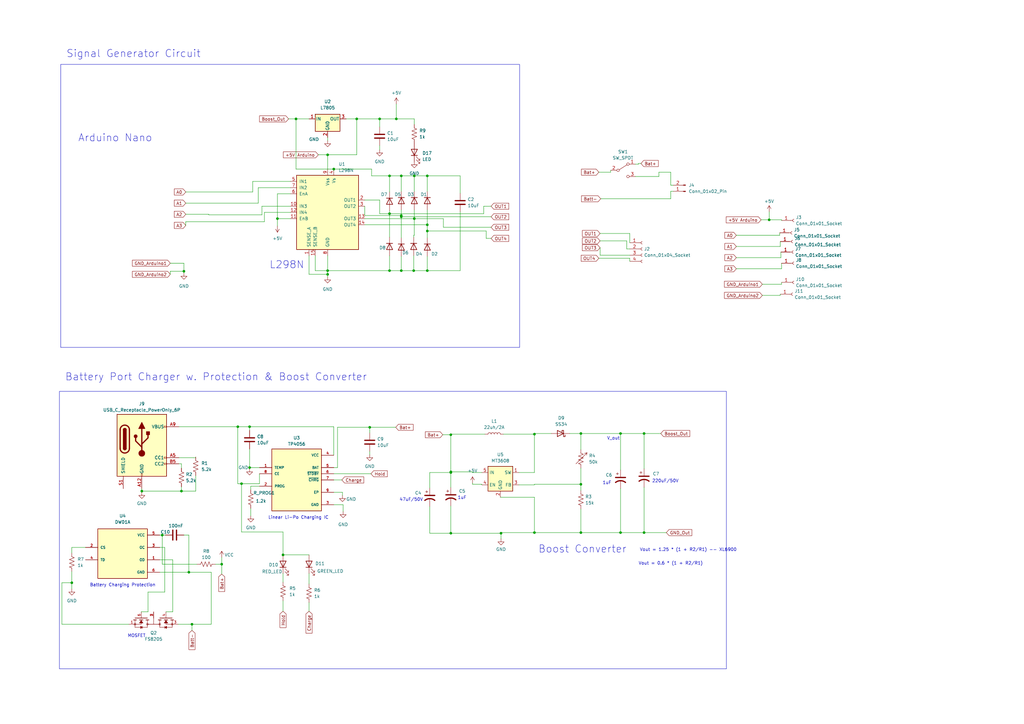
<source format=kicad_sch>
(kicad_sch (version 20230121) (generator eeschema)
  (paper "A3")
  (lib_symbols
    (symbol "Connector:Conn_01x01_Socket" (pin_names (offset 1.016) hide)
      (property "Reference" "J" (at 0 2.54 0))
      (property "Value" "Conn_01x01_Socket" (at 0 -2.54 0))
      (symbol "Conn_01x01_Socket_1_1"
        (pin passive line (at -5.08 0 0) (length 3.81) (name "Pin_1") (number "1"))
      )
    )
    (symbol "Connector:Conn_01x02_Pin" (pin_names (offset 1.016) hide)
      (property "Reference" "J" (at 0 2.54 0))
      (property "Value" "Conn_01x02_Pin" (at 0 -5.08 0))
      (symbol "Conn_01x02_Pin_1_1"
        (pin passive line (at 5.08 0 180) (length 3.81) (name "Pin_1") (number "1"))
        (pin passive line (at 5.08 -2.54 180) (length 3.81) (name "Pin_2") (number "2"))
      )
    )
    (symbol "Connector:Conn_01x04_Socket" (pin_names (offset 1.016) hide)
      (property "Reference" "J" (at 0 5.08 0))
      (property "Value" "Conn_01x04_Socket" (at 0 -7.62 0))
      (symbol "Conn_01x04_Socket_1_1"
        (pin passive line (at -5.08 2.54 0) (length 3.81) (name "Pin_1") (number "1"))
        (pin passive line (at -5.08 0 0) (length 3.81) (name "Pin_2") (number "2"))
        (pin passive line (at -5.08 -2.54 0) (length 3.81) (name "Pin_3") (number "3"))
        (pin passive line (at -5.08 -5.08 0) (length 3.81) (name "Pin_4") (number "4"))
      )
    )
    (symbol "Connector:USB_C_Receptacle_PowerOnly_6P" (pin_names (offset 1.016))
      (property "Reference" "J" (at 0 16.51 0))
      (property "Value" "USB_C_Receptacle_PowerOnly_6P" (at 0 13.97 0))
      (symbol "USB_C_Receptacle_PowerOnly_6P_1_1"
        (pin passive line (at 0 -17.78 90) (length 5.08) (name "GND") (number "A12"))
        (pin bidirectional line (at 15.24 -5.08 180) (length 5.08) (name "CC1") (number "A5"))
        (pin passive line (at 15.24 7.62 180) (length 5.08) (name "VBUS") (number "A9"))
        (pin passive line (at 0 -17.78 90) (length 5.08) hide (name "GND") (number "B12"))
        (pin bidirectional line (at 15.24 -7.62 180) (length 5.08) (name "CC2") (number "B5"))
        (pin passive line (at 15.24 7.62 180) (length 5.08) hide (name "VBUS") (number "B9"))
        (pin passive line (at -7.62 -17.78 90) (length 5.08) (name "SHIELD") (number "S1"))
      )
    )
    (symbol "DW01A:DW01A" (pin_names (offset 1.016))
      (property "Reference" "U" (at -10.16 11.43 0))
      (property "Value" "DW01A" (at -10.16 -12.7 0))
      (symbol "DW01A_0_0"
        (pin output line (at 15.24 -2.54 180) (length 5.08) (name "OD") (number "1"))
        (pin input line (at -15.24 2.54 0) (length 5.08) (name "CS") (number "2"))
        (pin output line (at 15.24 2.54 180) (length 5.08) (name "OC") (number "3"))
        (pin passive line (at -15.24 -2.54 0) (length 5.08) (name "TD") (number "4"))
        (pin power_in line (at 15.24 7.62 180) (length 5.08) (name "VCC") (number "5"))
        (pin power_in line (at 15.24 -7.62 180) (length 5.08) (name "GND") (number "6"))
      )
    )
    (symbol "Device:C" (pin_numbers hide) (pin_names (offset 0.254))
      (property "Reference" "C" (at 0.635 2.54 0))
      (property "Value" "C" (at 0.635 -2.54 0))
      (symbol "C_1_1"
        (pin passive line (at 0 3.81 270) (length 2.794) (name "~") (number "1"))
        (pin passive line (at 0 -3.81 90) (length 2.794) (name "~") (number "2"))
      )
    )
    (symbol "Device:C_Polarized_US" (pin_numbers hide) (pin_names (offset 0.254) hide)
      (property "Reference" "C" (at 0.635 2.54 0))
      (property "Value" "C_Polarized_US" (at 0.635 -2.54 0))
      (symbol "C_Polarized_US_1_1"
        (pin passive line (at 0 3.81 270) (length 2.794) (name "~") (number "1"))
        (pin passive line (at 0 -3.81 90) (length 3.302) (name "~") (number "2"))
      )
    )
    (symbol "Device:D_Schottky" (pin_numbers hide) (pin_names (offset 1.016) hide)
      (property "Reference" "D9" (at -0.3175 -6.096 0))
      (property "Value" "1N5824" (at -0.3175 -3.556 0))
      (symbol "D_Schottky_1_1"
        (pin passive line (at -3.81 0 0) (length 2.54) (name "A") (number "1"))
        (pin passive line (at 3.81 0 180) (length 2.54) (name "B") (number "2"))
      )
    )
    (symbol "Device:L" (pin_numbers hide) (pin_names (offset 1.016) hide)
      (property "Reference" "L" (at -1.27 0 90))
      (property "Value" "L" (at 1.905 0 90))
      (symbol "L_1_1"
        (pin passive line (at 0 3.81 270) (length 1.27) (name "1") (number "1"))
        (pin passive line (at 0 -3.81 90) (length 1.27) (name "2") (number "2"))
      )
    )
    (symbol "Device:LED" (pin_numbers hide) (pin_names (offset 1.016) hide)
      (property "Reference" "D" (at 0 2.54 0))
      (property "Value" "LED" (at 0 -2.54 0))
      (symbol "LED_1_1"
        (pin passive line (at -3.81 0 0) (length 2.54) (name "K") (number "1"))
        (pin passive line (at 3.81 0 180) (length 2.54) (name "A") (number "2"))
      )
    )
    (symbol "Device:R_US" (pin_numbers hide) (pin_names (offset 0))
      (property "Reference" "R" (at 2.54 0 90))
      (property "Value" "R_US" (at -2.54 0 90))
      (symbol "R_US_1_1"
        (pin passive line (at 0 3.81 270) (length 1.27) (name "~") (number "1"))
        (pin passive line (at 0 -3.81 90) (length 1.27) (name "~") (number "2"))
      )
    )
    (symbol "Device:R_Variable_US" (pin_numbers hide) (pin_names (offset 0))
      (property "Reference" "R" (at 2.54 -2.54 90))
      (property "Value" "R_Variable_US" (at -2.54 -1.27 90))
      (symbol "R_Variable_US_1_1"
        (pin passive line (at 0 3.81 270) (length 1.27) (name "~") (number "1"))
        (pin passive line (at 0 -3.81 90) (length 1.27) (name "~") (number "2"))
      )
    )
    (symbol "Diode:1N5400" (pin_numbers hide) (pin_names hide)
      (property "Reference" "D" (at 0 2.54 0))
      (property "Value" "1N5400" (at 0 -2.54 0))
      (symbol "1N5400_1_1"
        (pin passive line (at -3.81 0 0) (length 2.54) (name "K") (number "1"))
        (pin passive line (at 3.81 0 180) (length 2.54) (name "A") (number "2"))
      )
    )
    (symbol "Driver_Motor:L298N" (pin_names (offset 1.016))
      (property "Reference" "U" (at -10.16 16.51 0))
      (property "Value" "L298N" (at 12.7 16.51 0))
      (symbol "L298N_1_1"
        (pin power_in line (at -7.62 -17.78 90) (length 2.54) (name "SENSE_A") (number "1"))
        (pin input line (at -15.24 2.54 0) (length 2.54) (name "IN3") (number "10"))
        (pin input line (at -15.24 -2.54 0) (length 2.54) (name "EnB") (number "11"))
        (pin input line (at -15.24 0 0) (length 2.54) (name "IN4") (number "12"))
        (pin output line (at 15.24 -2.54 180) (length 2.54) (name "OUT3") (number "13"))
        (pin output line (at 15.24 -5.08 180) (length 2.54) (name "OUT4") (number "14"))
        (pin power_in line (at -5.08 -17.78 90) (length 2.54) (name "SENSE_B") (number "15"))
        (pin output line (at 15.24 5.08 180) (length 2.54) (name "OUT1") (number "2"))
        (pin output line (at 15.24 2.54 180) (length 2.54) (name "OUT2") (number "3"))
        (pin power_in line (at 2.54 17.78 270) (length 2.54) (name "Vs") (number "4"))
        (pin input line (at -15.24 12.7 0) (length 2.54) (name "IN1") (number "5"))
        (pin input line (at -15.24 7.62 0) (length 2.54) (name "EnA") (number "6"))
        (pin input line (at -15.24 10.16 0) (length 2.54) (name "IN2") (number "7"))
        (pin power_in line (at 0 -17.78 90) (length 2.54) (name "GND") (number "8"))
        (pin power_in line (at 0 17.78 270) (length 2.54) (name "Vss") (number "9"))
      )
    )
    (symbol "FS8205:FS8205" (pin_names (offset 1.016))
      (property "Reference" "Q" (at 2.54 2.286 0))
      (property "Value" "FS8205" (at 2.54 -2.032 0))
      (symbol "FS8205_0_0"
        (pin passive line (at 0 -10.16 90) (length 2.54) (name "~") (number "1"))
        (pin passive line (at -5.08 0 0) (length 2.54) (name "~") (number "2"))
        (pin passive line (at 0 10.16 270) (length 2.54) (name "~") (number "3"))
        (pin passive line (at -5.08 5.08 0) (length 2.54) (name "~") (number "4"))
        (pin passive line (at -5.08 0 0) (length 2.54) (name "~") (number "5"))
        (pin passive line (at -5.08 -5.08 0) (length 2.54) (name "~") (number "6"))
      )
    )
    (symbol "Regulator_Linear:L7805" (pin_names (offset 0.254))
      (property "Reference" "U" (at -3.81 3.175 0))
      (property "Value" "L7805" (at 0 3.175 0))
      (symbol "L7805_1_1"
        (pin power_in line (at -7.62 0 0) (length 2.54) (name "IN") (number "1"))
        (pin power_in line (at 0 -7.62 90) (length 2.54) (name "GND") (number "2"))
        (pin power_out line (at 7.62 0 180) (length 2.54) (name "OUT") (number "3"))
      )
    )
    (symbol "Regulator_Switching:MT3608"
      (property "Reference" "U" (at -2.54 8.89 0))
      (property "Value" "MT3608" (at -3.81 6.35 0))
      (symbol "MT3608_1_1"
        (pin passive line (at 7.62 2.54 180) (length 2.54) (name "SW") (number "1"))
        (pin power_in line (at 0 -7.62 90) (length 2.54) (name "GND") (number "2"))
        (pin input line (at 7.62 -2.54 180) (length 2.54) (name "FB") (number "3"))
        (pin input line (at -7.62 -2.54 0) (length 2.54) (name "EN") (number "4"))
        (pin power_in line (at -7.62 2.54 0) (length 2.54) (name "IN") (number "5"))
        (pin no_connect line (at 5.08 0 180) (length 2.54) hide (name "NC") (number "6"))
      )
    )
    (symbol "Switch:SW_SPDT" (pin_names (offset 0) hide)
      (property "Reference" "SW" (at 0 4.318 0))
      (property "Value" "SW_SPDT" (at 0 -5.08 0))
      (symbol "SW_SPDT_1_1"
        (pin passive line (at 5.08 2.54 180) (length 2.54) (name "A") (number "1"))
        (pin passive line (at -5.08 0 0) (length 2.54) (name "B") (number "2"))
        (pin passive line (at 5.08 -2.54 180) (length 2.54) (name "C") (number "3"))
      )
    )
    (symbol "TP4056:TP4056" (pin_names (offset 1.016))
      (property "Reference" "U" (at -10.16 13.208 0))
      (property "Value" "TP4056" (at -10.16 -15.24 0))
      (symbol "TP4056_0_0"
        (pin input line (at -15.24 5.08 0) (length 5.08) (name "TEMP") (number "1"))
        (pin bidirectional line (at -15.24 -2.54 0) (length 5.08) (name "PROG") (number "2"))
        (pin power_in line (at 15.24 -10.16 180) (length 5.08) (name "GND") (number "3"))
        (pin power_in line (at 15.24 10.16 180) (length 5.08) (name "VCC") (number "4"))
        (pin output line (at 15.24 5.08 180) (length 5.08) (name "BAT") (number "5"))
        (pin output line (at 15.24 2.54 180) (length 5.08) (name "~{STDBY}") (number "6"))
        (pin output line (at 15.24 0 180) (length 5.08) (name "~{CHRG}") (number "7"))
        (pin input line (at -15.24 2.54 0) (length 5.08) (name "CE") (number "8"))
        (pin passive line (at 15.24 -5.08 180) (length 5.08) (name "EP") (number "9"))
      )
    )
    (symbol "power:+5V" (power) (pin_names (offset 0))
      (property "Value" "+5V" (at 0 3.556 0))
      (symbol "+5V_1_1"
        (pin power_in line (at 0 0 90) (length 0) hide (name "+5V") (number "1"))
      )
    )
    (symbol "power:GND" (power) (pin_names (offset 0))
      (property "Value" "GND" (at 0 -3.81 0))
      (symbol "GND_1_1"
        (pin power_in line (at 0 0 270) (length 0) hide (name "GND") (number "1"))
      )
    )
    (symbol "power:VCC" (power) (pin_names (offset 0))
      (property "Value" "VCC" (at 0 3.81 0))
      (symbol "VCC_1_1"
        (pin power_in line (at 0 0 90) (length 0) hide (name "VCC") (number "1"))
      )
    )
  )
  (junction (at 159.766 110.998))
  (junction (at 99.06 198.374))
  (junction (at 175.26 110.998))
  (junction (at 58.166 201.422))
  (junction (at 238.252 198.628))
  (junction (at 164.592 110.998))
  (junction (at 169.926 72.136))
  (junction (at 116.078 227.584))
  (junction (at 102.362 191.77))
  (junction (at 184.912 178.308))
  (junction (at 159.766 72.136))
  (junction (at 219.202 218.44))
  (junction (at 75.438 111.252))
  (junction (at 175.26 94.742))
  (junction (at 136.906 69.342))
  (junction (at 159.766 87.63))
  (junction (at 184.912 218.694))
  (junction (at 134.366 63.5))
  (junction (at 205.486 218.694))
  (junction (at 66.548 219.456))
  (junction (at 238.252 218.44))
  (junction (at 264.16 218.44))
  (junction (at 77.47 234.696))
  (junction (at 164.592 88.9))
  (junction (at 315.468 90.17))
  (junction (at 164.592 72.136))
  (junction (at 175.26 92.202))
  (junction (at 254.508 218.44))
  (junction (at 254.508 177.8))
  (junction (at 29.464 239.014))
  (junction (at 121.412 48.768))
  (junction (at 169.672 110.998))
  (junction (at 102.362 175.006))
  (junction (at 264.16 177.8))
  (junction (at 90.932 231.394))
  (junction (at 184.912 193.802))
  (junction (at 146.304 48.768))
  (junction (at 151.638 175.26))
  (junction (at 78.74 256.032))
  (junction (at 155.702 48.768))
  (junction (at 97.536 175.006))
  (junction (at 134.366 112.522))
  (junction (at 169.926 89.662))
  (junction (at 113.792 89.662))
  (junction (at 74.422 201.422))
  (junction (at 175.26 72.136))
  (junction (at 134.366 110.998))
  (junction (at 219.202 178.054))
  (junction (at 164.592 88.392))
  (junction (at 162.56 48.768))
  (junction (at 238.252 177.8))
  (junction (at 184.912 193.548))
  (wire (pts (xy 302.006 96.52) (xy 319.786 96.52)))
  (wire (pts (xy 152.4 69.342) (xy 136.906 69.342)))
  (wire (pts (xy 29.464 239.014) (xy 29.464 241.554)))
  (wire (pts (xy 164.592 88.9) (xy 164.592 97.536)))
  (wire (pts (xy 197.612 198.628) (xy 197.612 198.882)))
  (wire (pts (xy 219.202 178.054) (xy 219.202 193.802)))
  (wire (pts (xy 134.366 110.998) (xy 134.366 112.522)))
  (wire (pts (xy 175.26 72.136) (xy 175.26 78.486)))
  (wire (pts (xy 264.16 177.8) (xy 271.018 177.8)))
  (wire (pts (xy 312.674 116.586) (xy 320.548 116.586)))
  (wire (pts (xy 76.2 78.74) (xy 103.632 78.74)))
  (wire (pts (xy 184.912 178.054) (xy 198.882 178.054)))
  (wire (pts (xy 152.4 72.136) (xy 159.766 72.136)))
  (wire (pts (xy 74.422 201.422) (xy 58.166 201.422)))
  (wire (pts (xy 246.126 101.6) (xy 246.126 104.648)))
  (wire (pts (xy 184.912 178.054) (xy 184.912 178.308)))
  (wire (pts (xy 75.438 107.95) (xy 75.438 111.252)))
  (wire (pts (xy 238.252 198.628) (xy 219.202 198.628)))
  (wire (pts (xy 302.006 105.664) (xy 320.294 105.664)))
  (wire (pts (xy 315.468 86.868) (xy 315.468 90.17)))
  (wire (pts (xy 254.508 192.786) (xy 254.508 177.8)))
  (wire (pts (xy 175.26 94.742) (xy 175.26 97.536)))
  (wire (pts (xy 219.202 203.962) (xy 219.202 218.44)))
  (wire (pts (xy 159.766 87.63) (xy 198.374 87.63)))
  (wire (pts (xy 126.746 235.204) (xy 126.746 239.522)))
  (wire (pts (xy 159.766 104.902) (xy 159.766 110.998)))
  (wire (pts (xy 73.406 175.006) (xy 97.536 175.006)))
  (wire (pts (xy 138.43 175.26) (xy 138.43 191.77)))
  (wire (pts (xy 126.746 247.142) (xy 126.746 250.698)))
  (wire (pts (xy 193.802 198.628) (xy 197.612 198.628)))
  (wire (pts (xy 205.232 203.962) (xy 219.202 203.962)))
  (wire (pts (xy 257.048 102.108) (xy 258.318 102.108)))
  (wire (pts (xy 315.468 90.17) (xy 320.548 90.17)))
  (wire (pts (xy 73.406 190.246) (xy 74.422 190.246)))
  (wire (pts (xy 201.422 88.9) (xy 164.592 88.9)))
  (wire (pts (xy 164.592 72.136) (xy 169.926 72.136)))
  (wire (pts (xy 159.766 86.36) (xy 159.766 87.63)))
  (wire (pts (xy 164.592 88.392) (xy 164.592 88.9)))
  (wire (pts (xy 85.598 87.884) (xy 85.598 88.138)))
  (wire (pts (xy 116.078 218.186) (xy 116.078 227.584)))
  (wire (pts (xy 159.766 87.63) (xy 159.766 97.282)))
  (wire (pts (xy 184.912 193.802) (xy 184.912 199.898)))
  (wire (pts (xy 134.366 112.522) (xy 134.366 113.538)))
  (wire (pts (xy 175.26 72.136) (xy 188.722 72.136)))
  (wire (pts (xy 246.126 95.758) (xy 258.318 95.758)))
  (wire (pts (xy 149.606 89.662) (xy 169.926 89.662)))
  (wire (pts (xy 312.166 90.17) (xy 315.468 90.17)))
  (wire (pts (xy 149.606 84.582) (xy 149.606 88.392)))
  (wire (pts (xy 254.508 177.8) (xy 264.16 177.8)))
  (wire (pts (xy 184.912 193.802) (xy 184.912 193.548)))
  (wire (pts (xy 246.126 98.806) (xy 257.048 98.806)))
  (wire (pts (xy 270.256 70.612) (xy 275.082 70.612)))
  (wire (pts (xy 198.374 84.582) (xy 201.422 84.582)))
  (wire (pts (xy 107.442 84.582) (xy 107.442 88.138)))
  (wire (pts (xy 102.87 200.914) (xy 102.87 199.39)))
  (wire (pts (xy 257.048 98.806) (xy 257.048 102.108)))
  (wire (pts (xy 73.152 256.032) (xy 78.74 256.032)))
  (wire (pts (xy 260.604 72.39) (xy 270.256 72.39)))
  (wire (pts (xy 169.926 96.52) (xy 169.672 96.52)))
  (wire (pts (xy 80.264 195.072) (xy 80.264 201.422)))
  (wire (pts (xy 264.16 199.898) (xy 264.16 218.44)))
  (wire (pts (xy 176.276 207.772) (xy 176.276 218.694)))
  (wire (pts (xy 140.208 196.85) (xy 136.906 196.85)))
  (wire (pts (xy 116.078 235.204) (xy 116.078 238.76)))
  (wire (pts (xy 80.772 231.394) (xy 66.548 231.394)))
  (wire (pts (xy 134.366 104.902) (xy 134.366 110.998)))
  (wire (pts (xy 119.126 87.122) (xy 108.458 87.122)))
  (wire (pts (xy 245.618 105.918) (xy 258.318 105.918)))
  (wire (pts (xy 69.85 111.252) (xy 75.438 111.252)))
  (wire (pts (xy 151.638 185.166) (xy 151.638 186.436)))
  (wire (pts (xy 25.4 256.032) (xy 25.4 239.014)))
  (wire (pts (xy 155.702 48.768) (xy 162.56 48.768)))
  (wire (pts (xy 69.85 112.522) (xy 69.85 111.252)))
  (wire (pts (xy 57.912 250.952) (xy 60.706 250.952)))
  (wire (pts (xy 169.672 104.902) (xy 169.672 110.998)))
  (wire (pts (xy 169.926 89.662) (xy 169.926 96.52)))
  (wire (pts (xy 164.592 110.998) (xy 169.672 110.998)))
  (wire (pts (xy 74.422 199.644) (xy 74.422 201.422)))
  (wire (pts (xy 102.362 175.006) (xy 102.362 176.53)))
  (wire (pts (xy 69.85 107.95) (xy 75.438 107.95)))
  (wire (pts (xy 75.438 111.252) (xy 75.438 112.014)))
  (wire (pts (xy 136.906 175.006) (xy 136.906 186.69)))
  (wire (pts (xy 205.486 218.694) (xy 205.486 218.44)))
  (wire (pts (xy 105.918 83.312) (xy 105.918 76.962)))
  (wire (pts (xy 261.874 67.31) (xy 261.874 67.056)))
  (wire (pts (xy 80.264 187.706) (xy 80.264 187.452)))
  (wire (pts (xy 270.256 72.39) (xy 270.256 70.612)))
  (wire (pts (xy 116.078 246.38) (xy 116.078 250.698)))
  (wire (pts (xy 254.508 200.406) (xy 254.508 218.44)))
  (wire (pts (xy 201.422 93.218) (xy 181.864 93.218)))
  (wire (pts (xy 260.604 67.31) (xy 261.874 67.31)))
  (wire (pts (xy 77.47 219.456) (xy 77.47 234.696)))
  (wire (pts (xy 113.792 92.71) (xy 113.792 89.662)))
  (wire (pts (xy 258.318 95.758) (xy 258.318 99.568)))
  (wire (pts (xy 103.632 74.422) (xy 119.126 74.422)))
  (wire (pts (xy 60.706 242.824) (xy 60.706 250.952)))
  (wire (pts (xy 159.766 110.998) (xy 164.592 110.998)))
  (wire (pts (xy 121.412 69.342) (xy 136.906 69.342)))
  (wire (pts (xy 29.464 224.536) (xy 29.464 226.822)))
  (wire (pts (xy 99.06 198.374) (xy 99.06 218.186)))
  (wire (pts (xy 146.304 48.768) (xy 146.304 63.5)))
  (wire (pts (xy 76.2 87.884) (xy 85.598 87.884)))
  (wire (pts (xy 233.68 177.8) (xy 238.252 177.8)))
  (wire (pts (xy 219.202 177.8) (xy 219.202 178.054)))
  (wire (pts (xy 76.2 83.312) (xy 105.918 83.312)))
  (wire (pts (xy 184.912 207.518) (xy 184.912 218.694)))
  (wire (pts (xy 205.486 220.98) (xy 205.486 218.694)))
  (wire (pts (xy 238.252 218.44) (xy 254.508 218.44)))
  (wire (pts (xy 97.536 198.374) (xy 97.536 175.006)))
  (wire (pts (xy 258.318 105.918) (xy 258.318 107.188)))
  (wire (pts (xy 102.362 191.77) (xy 102.362 192.278)))
  (wire (pts (xy 108.458 87.122) (xy 108.458 90.932)))
  (wire (pts (xy 102.87 208.534) (xy 102.87 211.582)))
  (wire (pts (xy 175.26 105.156) (xy 175.26 110.998)))
  (wire (pts (xy 25.4 256.032) (xy 52.832 256.032)))
  (wire (pts (xy 113.792 89.662) (xy 119.126 89.662)))
  (wire (pts (xy 193.802 193.802) (xy 193.802 193.548)))
  (wire (pts (xy 198.374 87.63) (xy 198.374 84.582)))
  (wire (pts (xy 181.864 89.662) (xy 169.926 89.662)))
  (wire (pts (xy 66.548 231.394) (xy 66.548 219.456)))
  (wire (pts (xy 105.918 76.962) (xy 119.126 76.962)))
  (wire (pts (xy 184.912 193.548) (xy 193.802 193.548)))
  (wire (pts (xy 238.252 192.024) (xy 238.252 198.628)))
  (wire (pts (xy 176.276 218.694) (xy 184.912 218.694)))
  (wire (pts (xy 188.722 110.998) (xy 188.722 86.868)))
  (wire (pts (xy 129.286 104.902) (xy 129.286 110.998)))
  (wire (pts (xy 136.906 207.01) (xy 140.716 207.01)))
  (wire (pts (xy 146.304 48.768) (xy 155.702 48.768)))
  (wire (pts (xy 149.606 82.042) (xy 155.702 82.042)))
  (wire (pts (xy 77.47 234.696) (xy 86.614 234.696)))
  (wire (pts (xy 138.43 175.26) (xy 151.638 175.26)))
  (wire (pts (xy 238.252 177.8) (xy 254.508 177.8)))
  (wire (pts (xy 254.508 218.44) (xy 264.16 218.44)))
  (wire (pts (xy 175.26 86.106) (xy 175.26 92.202)))
  (wire (pts (xy 164.592 72.136) (xy 164.592 78.486)))
  (wire (pts (xy 73.406 187.706) (xy 80.264 187.706)))
  (wire (pts (xy 320.04 121.158) (xy 320.04 120.65)))
  (wire (pts (xy 155.702 48.768) (xy 155.702 52.07)))
  (wire (pts (xy 159.766 72.136) (xy 159.766 78.74)))
  (wire (pts (xy 275.082 78.486) (xy 276.098 78.486)))
  (wire (pts (xy 199.39 97.79) (xy 199.39 94.742)))
  (wire (pts (xy 78.74 256.032) (xy 86.614 256.032)))
  (wire (pts (xy 67.564 224.536) (xy 67.564 242.824)))
  (wire (pts (xy 90.932 231.394) (xy 90.932 235.458)))
  (wire (pts (xy 206.502 178.054) (xy 219.202 178.054)))
  (wire (pts (xy 136.906 194.31) (xy 152.146 194.31)))
  (wire (pts (xy 188.722 72.136) (xy 188.722 79.248)))
  (wire (pts (xy 246.38 81.534) (xy 275.082 81.534)))
  (wire (pts (xy 130.556 63.5) (xy 134.366 63.5)))
  (wire (pts (xy 250.444 70.612) (xy 250.444 69.85)))
  (wire (pts (xy 175.26 92.202) (xy 175.26 94.742)))
  (wire (pts (xy 302.006 110.236) (xy 320.548 110.236)))
  (wire (pts (xy 58.166 201.422) (xy 58.166 201.93)))
  (wire (pts (xy 205.486 218.694) (xy 184.912 218.694)))
  (wire (pts (xy 151.638 175.26) (xy 151.638 177.546)))
  (wire (pts (xy 320.04 101.092) (xy 302.006 101.092)))
  (wire (pts (xy 169.926 48.768) (xy 169.926 51.054)))
  (wire (pts (xy 97.536 175.006) (xy 102.362 175.006)))
  (wire (pts (xy 164.592 105.156) (xy 164.592 110.998)))
  (wire (pts (xy 319.786 96.52) (xy 319.786 95.504)))
  (wire (pts (xy 106.426 198.374) (xy 106.426 194.31)))
  (wire (pts (xy 197.612 193.802) (xy 193.802 193.802)))
  (wire (pts (xy 141.986 48.768) (xy 146.304 48.768)))
  (wire (pts (xy 113.792 79.502) (xy 113.792 89.662)))
  (wire (pts (xy 245.618 70.612) (xy 250.444 70.612)))
  (wire (pts (xy 176.276 193.802) (xy 184.912 193.802)))
  (wire (pts (xy 102.87 199.39) (xy 106.426 199.39)))
  (wire (pts (xy 140.462 201.93) (xy 140.462 203.2)))
  (wire (pts (xy 169.672 110.998) (xy 175.26 110.998)))
  (wire (pts (xy 149.606 92.202) (xy 175.26 92.202)))
  (wire (pts (xy 169.926 72.136) (xy 175.26 72.136)))
  (wire (pts (xy 29.464 224.536) (xy 35.052 224.536)))
  (wire (pts (xy 320.294 105.664) (xy 320.294 103.378)))
  (wire (pts (xy 67.564 242.824) (xy 60.706 242.824)))
  (wire (pts (xy 169.926 72.136) (xy 169.926 78.486)))
  (wire (pts (xy 106.426 191.77) (xy 102.362 191.77)))
  (wire (pts (xy 116.078 227.584) (xy 126.746 227.584)))
  (wire (pts (xy 119.126 79.502) (xy 113.792 79.502)))
  (wire (pts (xy 134.366 63.5) (xy 134.366 69.342)))
  (wire (pts (xy 121.412 48.768) (xy 121.412 69.342)))
  (wire (pts (xy 264.16 218.44) (xy 273.304 218.44)))
  (wire (pts (xy 320.04 99.06) (xy 320.04 101.092)))
  (wire (pts (xy 119.126 84.582) (xy 107.442 84.582)))
  (wire (pts (xy 76.2 90.932) (xy 76.2 92.456)))
  (wire (pts (xy 74.422 190.246) (xy 74.422 192.024)))
  (wire (pts (xy 88.392 231.394) (xy 90.932 231.394)))
  (wire (pts (xy 238.252 177.8) (xy 238.252 184.404)))
  (wire (pts (xy 103.632 78.74) (xy 103.632 74.422)))
  (wire (pts (xy 118.364 48.768) (xy 121.412 48.768)))
  (wire (pts (xy 29.464 234.442) (xy 29.464 239.014)))
  (wire (pts (xy 155.702 59.69) (xy 155.702 61.468)))
  (wire (pts (xy 78.74 258.572) (xy 78.74 256.032)))
  (wire (pts (xy 65.532 219.456) (xy 66.548 219.456)))
  (wire (pts (xy 238.252 208.788) (xy 238.252 218.44)))
  (wire (pts (xy 246.126 104.648) (xy 258.318 104.648)))
  (wire (pts (xy 212.852 193.802) (xy 219.202 193.802)))
  (wire (pts (xy 68.072 250.952) (xy 70.866 250.952)))
  (wire (pts (xy 164.592 86.106) (xy 164.592 88.392)))
  (wire (pts (xy 76.2 90.932) (xy 108.458 90.932)))
  (wire (pts (xy 129.286 110.998) (xy 134.366 110.998)))
  (wire (pts (xy 238.252 198.628) (xy 238.252 201.168)))
  (wire (pts (xy 155.702 82.042) (xy 155.702 87.63)))
  (wire (pts (xy 275.082 75.946) (xy 276.098 75.946)))
  (wire (pts (xy 219.202 177.8) (xy 226.06 177.8)))
  (wire (pts (xy 155.702 87.63) (xy 159.766 87.63)))
  (wire (pts (xy 275.082 81.534) (xy 275.082 78.486)))
  (wire (pts (xy 138.43 191.77) (xy 136.906 191.77)))
  (wire (pts (xy 162.56 42.672) (xy 162.56 48.768)))
  (wire (pts (xy 181.61 178.308) (xy 184.912 178.308)))
  (wire (pts (xy 151.638 175.26) (xy 162.306 175.26)))
  (wire (pts (xy 169.672 96.52) (xy 169.672 97.282)))
  (wire (pts (xy 219.202 218.44) (xy 205.486 218.44)))
  (wire (pts (xy 102.362 184.15) (xy 102.362 191.77)))
  (wire (pts (xy 193.802 198.12) (xy 193.802 198.628)))
  (wire (pts (xy 159.766 72.136) (xy 164.592 72.136)))
  (wire (pts (xy 152.4 72.136) (xy 152.4 69.342)))
  (wire (pts (xy 126.746 112.522) (xy 134.366 112.522)))
  (wire (pts (xy 25.4 239.014) (xy 29.464 239.014)))
  (wire (pts (xy 134.366 63.5) (xy 146.304 63.5)))
  (wire (pts (xy 58.166 200.406) (xy 58.166 201.422)))
  (wire (pts (xy 320.548 110.236) (xy 320.548 107.95)))
  (wire (pts (xy 140.716 207.01) (xy 140.716 209.804)))
  (wire (pts (xy 80.264 201.422) (xy 74.422 201.422)))
  (wire (pts (xy 169.926 86.106) (xy 169.926 89.662)))
  (wire (pts (xy 102.362 175.006) (xy 136.906 175.006)))
  (wire (pts (xy 212.852 198.882) (xy 219.202 198.882)))
  (wire (pts (xy 181.864 93.218) (xy 181.864 89.662)))
  (wire (pts (xy 320.548 90.17) (xy 320.548 90.424)))
  (wire (pts (xy 70.866 229.616) (xy 70.866 250.952)))
  (wire (pts (xy 99.06 218.186) (xy 116.078 218.186)))
  (wire (pts (xy 134.366 110.998) (xy 159.766 110.998)))
  (wire (pts (xy 107.442 88.138) (xy 85.598 88.138)))
  (wire (pts (xy 106.426 198.374) (xy 99.06 198.374)))
  (wire (pts (xy 176.276 200.152) (xy 176.276 193.802)))
  (wire (pts (xy 162.56 48.768) (xy 169.926 48.768)))
  (wire (pts (xy 66.548 219.456) (xy 67.818 219.456)))
  (wire (pts (xy 261.874 67.056) (xy 262.89 67.056)))
  (wire (pts (xy 65.532 229.616) (xy 70.866 229.616)))
  (wire (pts (xy 175.26 110.998) (xy 188.722 110.998)))
  (wire (pts (xy 320.548 116.586) (xy 320.548 115.824)))
  (wire (pts (xy 199.39 94.742) (xy 175.26 94.742)))
  (wire (pts (xy 65.532 224.536) (xy 67.564 224.536)))
  (wire (pts (xy 86.614 234.696) (xy 86.614 256.032)))
  (wire (pts (xy 136.906 201.93) (xy 140.462 201.93)))
  (wire (pts (xy 65.532 234.696) (xy 77.47 234.696)))
  (wire (pts (xy 184.912 178.308) (xy 184.912 193.548)))
  (wire (pts (xy 99.06 198.374) (xy 97.536 198.374)))
  (wire (pts (xy 264.16 192.278) (xy 264.16 177.8)))
  (wire (pts (xy 275.082 70.612) (xy 275.082 75.946)))
  (wire (pts (xy 312.674 121.158) (xy 320.04 121.158)))
  (wire (pts (xy 219.202 198.882) (xy 219.202 198.628)))
  (wire (pts (xy 134.366 56.388) (xy 134.366 57.658)))
  (wire (pts (xy 201.422 97.79) (xy 199.39 97.79)))
  (wire (pts (xy 126.746 104.902) (xy 126.746 112.522)))
  (wire (pts (xy 75.438 219.456) (xy 77.47 219.456)))
  (wire (pts (xy 121.412 48.768) (xy 126.746 48.768)))
  (wire (pts (xy 149.606 88.392) (xy 164.592 88.392)))
  (wire (pts (xy 219.202 218.44) (xy 238.252 218.44)))
  (wire (pts (xy 90.932 231.394) (xy 90.932 228.6)))
  (rectangle (start 24.892 26.416) (end 213.106 142.494))
  (rectangle (start 24.384 160.528) (end 297.942 274.32))
  (text "Battery Charging Protection\n" (at 36.83 240.792 0) (effects (font (size 1.27 1.27)) (justify left bottom)))
  (text "Signal Generator Circuit" (at 27.178 23.876 0) (effects (font (size 3 3)) (justify left bottom)))
  (text "1uF" (at 187.706 204.978 0) (effects (font (size 1.27 1.27)) (justify left bottom)))
  (text "L298N" (at 110.49 110.49 0) (effects (font (size 3 3)) (justify left bottom)))
  (text "Battery Port Charger w. Protection & Boost Converter" (at 26.67 156.464 0) (effects (font (size 3 3)) (justify left bottom)))
  (text "MOSFET" (at 52.324 261.62 0) (effects (font (size 1.27 1.27)) (justify left bottom)))
  (text "Vout = 1.25 * (1 + R2/R1) -- XL6900" (at 262.382 226.314 0) (effects (font (size 1.27 1.27)) (justify left bottom)))
  (text "47uF/50V\n" (at 163.83 205.74 0) (effects (font (size 1.27 1.27)) (justify left bottom)))
  (text "V_out" (at 248.92 180.594 0) (effects (font (size 1.27 1.27)) (justify left bottom)))
  (text "Boost Converter" (at 220.726 227.076 0) (effects (font (size 3 3)) (justify left bottom)))
  (text "1uF" (at 247.142 198.882 0) (effects (font (size 1.27 1.27)) (justify left bottom)))
  (text "Linear Li-Po Charging IC " (at 109.982 213.106 0) (effects (font (size 1.27 1.27)) (justify left bottom)))
  (text "220uF/50V" (at 267.462 198.12 0) (effects (font (size 1.27 1.27)) (justify left bottom)))
  (text "Arduino Nano" (at 32.004 58.42 0) (effects (font (size 3 3)) (justify left bottom)))
  (text "Vout = 0.6 * (1 + R2/R1)\n" (at 261.874 231.902 0) (effects (font (size 1.27 1.27)) (justify left bottom)))
  (global_label "OUT3" (shape input) (at 246.126 101.6 180) (property "Intersheetrefs" "${INTERSHEET_REFS}" (effects hide)))
  (global_label "+5V Arduino" (shape input) (at 130.556 63.5 180) (property "Intersheetrefs" "${INTERSHEET_REFS}" (effects hide)))
  (global_label "Bat+" (shape input) (at 90.932 235.458 270) (property "Intersheetrefs" "${INTERSHEET_REFS}" (effects hide)))
  (global_label "Charge" (shape input) (at 140.208 196.85 0) (property "Intersheetrefs" "${INTERSHEET_REFS}" (effects hide)))
  (global_label "Hold" (shape input) (at 152.146 194.31 0) (property "Intersheetrefs" "${INTERSHEET_REFS}" (effects hide)))
  (global_label "GND_Arduino2" (shape input) (at 312.674 121.158 180) (property "Intersheetrefs" "${INTERSHEET_REFS}" (effects hide)))
  (global_label "GND_Out" (shape input) (at 273.304 218.44 0) (property "Intersheetrefs" "${INTERSHEET_REFS}" (effects hide)))
  (global_label "Charge" (shape input) (at 126.746 250.698 270) (property "Intersheetrefs" "${INTERSHEET_REFS}" (effects hide)))
  (global_label "A3" (shape input) (at 76.2 92.456 180) (property "Intersheetrefs" "${INTERSHEET_REFS}" (effects hide)))
  (global_label "A1" (shape input) (at 302.006 101.092 180) (property "Intersheetrefs" "${INTERSHEET_REFS}" (effects hide)))
  (global_label "GND_Arduino1" (shape input) (at 312.674 116.586 180) (property "Intersheetrefs" "${INTERSHEET_REFS}" (effects hide)))
  (global_label "GND_Arduino2" (shape input) (at 69.85 112.522 180) (property "Intersheetrefs" "${INTERSHEET_REFS}" (effects hide)))
  (global_label "OUT3" (shape input) (at 201.422 93.218 0) (property "Intersheetrefs" "${INTERSHEET_REFS}" (effects hide)))
  (global_label "A1" (shape input) (at 76.2 83.312 180) (property "Intersheetrefs" "${INTERSHEET_REFS}" (effects hide)))
  (global_label "OUT4" (shape input) (at 201.422 97.79 0) (property "Intersheetrefs" "${INTERSHEET_REFS}" (effects hide)))
  (global_label "A3" (shape input) (at 302.006 110.236 180) (property "Intersheetrefs" "${INTERSHEET_REFS}" (effects hide)))
  (global_label "Hold" (shape input) (at 116.078 250.698 270) (property "Intersheetrefs" "${INTERSHEET_REFS}" (effects hide)))
  (global_label "Bat+" (shape input) (at 181.61 178.308 180) (property "Intersheetrefs" "${INTERSHEET_REFS}" (effects hide)))
  (global_label "Batt-" (shape input) (at 246.38 81.534 180) (property "Intersheetrefs" "${INTERSHEET_REFS}" (effects hide)))
  (global_label "OUT1" (shape input) (at 201.422 84.582 0) (property "Intersheetrefs" "${INTERSHEET_REFS}" (effects hide)))
  (global_label "Bat+" (shape input) (at 245.618 70.612 180) (property "Intersheetrefs" "${INTERSHEET_REFS}" (effects hide)))
  (global_label "Batt-" (shape input) (at 78.74 258.572 270) (property "Intersheetrefs" "${INTERSHEET_REFS}" (effects hide)))
  (global_label "Bat+" (shape input) (at 162.306 175.26 0) (property "Intersheetrefs" "${INTERSHEET_REFS}" (effects hide)))
  (global_label "Boost_Out" (shape input) (at 118.364 48.768 180) (property "Intersheetrefs" "${INTERSHEET_REFS}" (effects hide)))
  (global_label "A2" (shape input) (at 302.006 105.664 180) (property "Intersheetrefs" "${INTERSHEET_REFS}" (effects hide)))
  (global_label "A2" (shape input) (at 76.2 87.884 180) (property "Intersheetrefs" "${INTERSHEET_REFS}" (effects hide)))
  (global_label "Boost_Out" (shape input) (at 271.018 177.8 0) (property "Intersheetrefs" "${INTERSHEET_REFS}" (effects hide)))
  (global_label "OUT4" (shape input) (at 245.618 105.918 180) (property "Intersheetrefs" "${INTERSHEET_REFS}" (effects hide)))
  (global_label "OUT2" (shape input) (at 201.422 88.9 0) (property "Intersheetrefs" "${INTERSHEET_REFS}" (effects hide)))
  (global_label "A0" (shape input) (at 76.2 78.74 180) (property "Intersheetrefs" "${INTERSHEET_REFS}" (effects hide)))
  (global_label "OUT2" (shape input) (at 246.126 98.806 180) (property "Intersheetrefs" "${INTERSHEET_REFS}" (effects hide)))
  (global_label "A0" (shape input) (at 302.006 96.52 180) (property "Intersheetrefs" "${INTERSHEET_REFS}" (effects hide)))
  (global_label "+5V Arduino" (shape input) (at 312.166 90.17 180) (property "Intersheetrefs" "${INTERSHEET_REFS}" (effects hide)))
  (global_label "OUT1" (shape input) (at 246.126 95.758 180) (property "Intersheetrefs" "${INTERSHEET_REFS}" (effects hide)))
  (global_label "GND_Arduino1" (shape input) (at 69.85 107.95 180) (property "Intersheetrefs" "${INTERSHEET_REFS}" (effects hide)))
  (global_label "Bat+" (shape input) (at 262.89 67.056 0) (property "Intersheetrefs" "${INTERSHEET_REFS}" (effects hide)))
  (symbol (lib_id "power:GND") (at 155.702 61.468 0) (unit 1)
    (property "Reference" "#PWR06" (effects hide))
    (property "Value" "GND" (at 155.702 66.294 0))
  )
  (symbol (lib_id "Device:LED") (at 126.746 231.394 90) (unit 1)
    (property "Reference" "D11" (at 129.286 231.14 90) (effects (justify right)))
    (property "Value" "GREEN_LED" (at 130.048 234.2515 90) (effects (justify right)))
    (property "Footprint" "LED_SMD:LED_0603_1608Metric_Pad1.05x0.95mm_HandSolder" (effects hide))
  )
  (symbol (lib_id "Device:C_Polarized_US") (at 176.276 203.962 0) (unit 1)
    (property "Reference" "C4" (at 170.18 202.184 0) (effects (justify left)))
    (property "Value" "47uF/50V" (effects hide))
    (property "Footprint" "Capacitor_SMD:CP_Elec_6.3x7.7" (effects hide))
  )
  (symbol (lib_id "Diode:1N5400") (at 164.592 82.296 270) (unit 1)
    (property "Reference" "D5" (at 161.798 79.756 90) (effects (justify left)))
    (property "Value" "1N5400" (effects hide))
    (property "Footprint" "Diode_SMD:D_0805_2012Metric_Pad1.15x1.40mm_HandSolder" (effects hide))
    (property "Datasheet" "http://www.vishay.com/docs/88516/1n5400.pdf" (effects hide))
    (property "Sim.Device" "D" (effects hide))
    (property "Sim.Pins" "1=K 2=A" (effects hide))
  )
  (symbol (lib_id "Device:C") (at 155.702 55.88 0) (unit 1)
    (property "Reference" "C1" (at 158.75 54.61 0) (effects (justify left)))
    (property "Value" "10uF" (at 158.75 57.15 0) (effects (justify left)))
    (property "Footprint" "Capacitor_SMD:C_0603_1608Metric_Pad1.08x0.95mm_HandSolder" (effects hide))
  )
  (symbol (lib_id "Connector:Conn_01x01_Socket") (at 325.12 99.06 0) (unit 1)
    (property "Reference" "J6" (at 325.882 97.79 0) (effects (justify left)))
    (property "Value" "Conn_01x01_Socket" (at 325.882 100.33 0) (effects (justify left)))
    (property "Footprint" "TestPoint:TestPoint_THTPad_1.0x1.0mm_Drill0.5mm" (effects hide))
  )
  (symbol (lib_id "Device:C") (at 71.628 219.456 90) (unit 1)
    (property "Reference" "C10" (at 67.818 218.186 90))
    (property "Value" "100nF" (at 72.136 215.646 90))
    (property "Footprint" "Capacitor_SMD:C_0603_1608Metric_Pad1.08x0.95mm_HandSolder" (effects hide))
  )
  (symbol (lib_id "Driver_Motor:L298N") (at 134.366 87.122 0) (unit 1)
    (property "Reference" "U1" (at 138.8619 67.31 0) (effects (justify left)))
    (property "Value" "L298N" (at 138.8619 69.85 0) (effects (justify left)))
    (property "Footprint" "L298N:TO127P2020X500X2100-15" (effects hide))
    (property "Datasheet" "http://www.st.com/st-web-ui/static/active/en/resource/technical/document/datasheet/CD00000240.pdf" (effects hide))
  )
  (symbol (lib_id "power:GND") (at 102.87 211.582 0) (unit 1)
    (property "Reference" "#PWR013" (effects hide))
    (property "Value" "GND" (at 102.87 216.408 0))
  )
  (symbol (lib_id "Device:R_US") (at 102.87 204.724 0) (unit 1)
    (property "Reference" "R_PROG1" (at 103.886 202.184 0) (effects (justify left)))
    (property "Value" "1.2k" (at 104.902 205.486 0) (effects (justify left)))
    (property "Footprint" "Resistor_SMD:R_0603_1608Metric_Pad0.98x0.95mm_HandSolder" (effects hide))
  )
  (symbol (lib_id "Device:R_US") (at 116.078 242.57 0) (unit 1)
    (property "Reference" "R5" (at 118.618 241.3 0) (effects (justify left)))
    (property "Value" "1k" (at 118.618 243.84 0) (effects (justify left)))
    (property "Footprint" "Resistor_SMD:R_0603_1608Metric_Pad0.98x0.95mm_HandSolder" (effects hide))
  )
  (symbol (lib_id "Device:R_US") (at 84.582 231.394 90) (unit 1)
    (property "Reference" "R8" (at 84.582 226.06 90))
    (property "Value" "100" (at 84.582 228.6 90))
    (property "Footprint" "Resistor_SMD:R_0603_1608Metric_Pad0.98x0.95mm_HandSolder" (effects hide))
  )
  (symbol (lib_id "Device:LED") (at 169.926 62.484 90) (unit 1)
    (property "Reference" "D17" (at 173.228 62.8015 90) (effects (justify right)))
    (property "Value" "LED" (at 173.228 65.3415 90) (effects (justify right)))
    (property "Footprint" "LED_SMD:LED_0603_1608Metric_Pad1.05x0.95mm_HandSolder" (effects hide))
  )
  (symbol (lib_id "TP4056:TP4056") (at 121.666 196.85 0) (unit 1)
    (property "Reference" "U3" (at 121.666 179.578 0))
    (property "Value" "TP4056" (at 121.666 182.118 0))
    (property "Footprint" "TP4056:SOP127P600X175-9N" (effects hide))
    (property "MF" "NanJing Top Power ASIC Corp." (effects hide))
    (property "MAXIMUM_PACKAGE_HEIGHT" "1.75mm" (effects hide))
    (property "Package" "Package" (effects hide))
    (property "Price" "None" (effects hide))
    (property "Check_prices" "https://www.snapeda.com/parts/TP4056/NanJing+Top+Power+ASIC+Corp./view-part/?ref=eda" (effects hide))
    (property "STANDARD" "IPC 7351B" (effects hide))
    (property "SnapEDA_Link" "https://www.snapeda.com/parts/TP4056/NanJing+Top+Power+ASIC+Corp./view-part/?ref=snap" (effects hide))
    (property "MP" "TP4056" (effects hide))
    (property "Description" "\n                        \n                            Complete single cell Li-Ion battery with a constant current / constant voltage linear charger\n                        \n" (effects hide))
    (property "Availability" "Not in stock" (effects hide))
    (property "MANUFACTURER" "NanJing Top Power ASIC Corp." (effects hide))
  )
  (symbol (lib_id "FS8205:FS8205") (at 62.992 256.032 270) (unit 1)
    (property "Reference" "Q2" (at 62.992 259.588 90))
    (property "Value" "FS8205" (at 62.992 262.128 90))
    (property "Footprint" "FS8205:SOT95P280X145-6N" (effects hide))
    (property "MF" "Fortune Semiconductor" (effects hide))
    (property "MAXIMUM_PACKAGE_HEIGHT" "1.45mm" (effects hide))
    (property "Package" "Package" (effects hide))
    (property "Price" "None" (effects hide))
    (property "Check_prices" "https://www.snapeda.com/parts/FS8205/Fortune+Semiconductor/view-part/?ref=eda" (effects hide))
    (property "STANDARD" "IPC-7351B" (effects hide))
    (property "PARTREV" "1.9" (effects hide))
    (property "SnapEDA_Link" "https://www.snapeda.com/parts/FS8205/Fortune+Semiconductor/view-part/?ref=snap" (effects hide))
    (property "MP" "FS8205" (effects hide))
    (property "Description" "\n                        \n                            Dual N-Channel Enhancement Mode Power MOSFET\n                        \n" (effects hide))
    (property "Availability" "In Stock" (effects hide))
    (property "MANUFACTURER" "Fortune" (effects hide))
  )
  (symbol (lib_id "Device:C_Polarized_US") (at 264.16 196.088 0) (unit 1)
    (property "Reference" "C7" (at 267.716 194.31 0) (effects (justify left)))
    (property "Value" "220uF/50V" (effects hide))
    (property "Footprint" "CAP-SMD_BD10.0-L10.3-W10.3-FD:CAP-SMD_BD10.0-L10.3-W10.3-FD" (effects hide))
  )
  (symbol (lib_id "power:+5V") (at 315.468 86.868 0) (unit 1)
    (property "Reference" "#PWR017" (effects hide))
    (property "Value" "+5V" (at 315.468 82.55 0))
  )
  (symbol (lib_id "Device:L") (at 202.692 178.054 90) (unit 1)
    (property "Reference" "L1" (at 202.692 172.72 90))
    (property "Value" "22uh/2A" (at 202.692 175.26 90))
    (property "Footprint" "Inductor_SMD:L_6.3x6.3_H3" (effects hide))
  )
  (symbol (lib_id "power:GND") (at 140.716 209.804 0) (unit 1)
    (property "Reference" "#PWR012" (effects hide))
    (property "Value" "GND" (at 140.716 215.138 0))
  )
  (symbol (lib_id "Connector:Conn_01x01_Socket") (at 325.628 90.424 0) (unit 1)
    (property "Reference" "J3" (at 326.39 89.154 0) (effects (justify left)))
    (property "Value" "Conn_01x01_Socket" (at 326.39 91.694 0) (effects (justify left)))
    (property "Footprint" "TestPoint:TestPoint_THTPad_1.0x1.0mm_Drill0.5mm" (effects hide))
  )
  (symbol (lib_id "Device:C") (at 188.722 83.058 0) (unit 1)
    (property "Reference" "C2" (at 191.77 81.788 0) (effects (justify left)))
    (property "Value" "10uF" (at 191.77 84.328 0) (effects (justify left)))
    (property "Footprint" "Capacitor_SMD:C_0603_1608Metric_Pad1.08x0.95mm_HandSolder" (effects hide))
  )
  (symbol (lib_id "Diode:1N5400") (at 169.926 82.296 270) (unit 1)
    (property "Reference" "D3" (at 167.132 79.756 90) (effects (justify left)))
    (property "Value" "1N5400" (effects hide))
    (property "Footprint" "Diode_SMD:D_0805_2012Metric_Pad1.15x1.40mm_HandSolder" (effects hide))
    (property "Sim.Device" "D" (effects hide))
    (property "Sim.Pins" "1=K 2=A" (effects hide))
  )
  (symbol (lib_id "power:GND") (at 134.366 57.658 0) (unit 1)
    (property "Reference" "#PWR02" (effects hide))
    (property "Value" "GND" (at 128.778 57.15 0))
  )
  (symbol (lib_id "Device:C") (at 102.362 180.34 0) (unit 1)
    (property "Reference" "C8" (at 105.41 179.07 0) (effects (justify left)))
    (property "Value" "10uF" (at 105.41 181.61 0) (effects (justify left)))
    (property "Footprint" "Capacitor_SMD:C_0603_1608Metric_Pad1.08x0.95mm_HandSolder" (effects hide))
  )
  (symbol (lib_id "Diode:1N5400") (at 159.766 101.092 270) (unit 1)
    (property "Reference" "D8" (at 158.242 101.6 90) (effects (justify right)))
    (property "Value" "1N5400" (effects hide))
    (property "Footprint" "Diode_SMD:D_0805_2012Metric_Pad1.15x1.40mm_HandSolder" (effects hide))
    (property "Datasheet" "http://www.vishay.com/docs/88516/1n5400.pdf" (effects hide))
    (property "Sim.Device" "D" (effects hide))
    (property "Sim.Pins" "1=K 2=A" (effects hide))
  )
  (symbol (lib_id "Device:R_US") (at 126.746 243.332 0) (unit 1)
    (property "Reference" "R6" (at 128.778 242.062 0) (effects (justify left)))
    (property "Value" "1k" (at 128.778 244.602 0) (effects (justify left)))
    (property "Footprint" "Resistor_SMD:R_0603_1608Metric_Pad0.98x0.95mm_HandSolder" (effects hide))
  )
  (symbol (lib_id "Diode:1N5400") (at 164.592 101.346 270) (unit 1)
    (property "Reference" "D6" (at 167.64 103.632 90) (effects (justify right)))
    (property "Value" "1N5400" (effects hide))
    (property "Footprint" "Diode_SMD:D_0805_2012Metric_Pad1.15x1.40mm_HandSolder" (effects hide))
    (property "Datasheet" "http://www.vishay.com/docs/88516/1n5400.pdf" (effects hide))
    (property "Sim.Device" "D" (effects hide))
    (property "Sim.Pins" "1=K 2=A" (effects hide))
  )
  (symbol (lib_id "Device:LED") (at 116.078 231.394 90) (unit 1)
    (property "Reference" "D10" (at 110.236 231.648 90) (effects (justify right)))
    (property "Value" "RED_LED" (at 107.442 234.442 90) (effects (justify right)))
    (property "Footprint" "LED_SMD:LED_0603_1608Metric_Pad1.05x0.95mm_HandSolder" (effects hide))
  )
  (symbol (lib_id "Diode:1N5400") (at 175.26 101.346 270) (unit 1)
    (property "Reference" "D2" (at 179.578 104.14 90) (effects (justify right)))
    (property "Value" "1N5400" (effects hide))
    (property "Footprint" "Diode_SMD:D_0805_2012Metric_Pad1.15x1.40mm_HandSolder" (effects hide))
    (property "Datasheet" "http://www.vishay.com/docs/88516/1n5400.pdf" (effects hide))
    (property "Sim.Device" "D" (effects hide))
    (property "Sim.Pins" "1=K 2=A" (effects hide))
  )
  (symbol (lib_id "power:GND") (at 75.438 112.014 0) (unit 1)
    (property "Reference" "#PWR05" (effects hide))
    (property "Value" "GND" (at 75.438 117.348 0))
  )
  (symbol (lib_id "Device:D_Schottky") (at 229.87 177.8 180) (unit 1)
    (property "Reference" "D9" (at 230.1875 171.45 0))
    (property "Value" "SS34" (at 230.1875 173.99 0))
    (property "Footprint" "KiCad:DIOM8059X256N" (effects hide))
  )
  (symbol (lib_id "Regulator_Linear:L7805") (at 134.366 48.768 0) (unit 1)
    (property "Reference" "U2" (at 134.366 41.656 0))
    (property "Value" "L7805" (at 134.366 44.196 0))
    (property "Footprint" "L78M05CDT:VREG_L78M05CDT" (effects hide))
    (property "Datasheet" "http://www.st.com/content/ccc/resource/technical/document/datasheet/41/4f/b3/b0/12/d4/47/88/CD00000444.pdf/files/CD00000444.pdf/jcr:content/translations/en.CD00000444.pdf" (effects hide))
  )
  (symbol (lib_id "Connector:Conn_01x01_Socket") (at 325.628 107.95 0) (unit 1)
    (property "Reference" "J8" (at 326.39 106.68 0) (effects (justify left)))
    (property "Value" "Conn_01x01_Socket" (at 326.39 109.22 0) (effects (justify left)))
    (property "Footprint" "TestPoint:TestPoint_THTPad_1.0x1.0mm_Drill0.5mm" (effects hide))
  )
  (symbol (lib_id "Device:R_Variable_US") (at 238.252 188.214 0) (unit 1)
    (property "Reference" "R4" (at 241.554 186.9059 0) (effects (justify left)))
    (property "Value" "50k" (at 241.554 189.4459 0) (effects (justify left)))
    (property "Footprint" "Potentiometer_THT:Potentiometer_Bourns_3266Y_Vertical" (effects hide))
  )
  (symbol (lib_id "Device:R_US") (at 169.926 54.864 0) (unit 1)
    (property "Reference" "R9" (at 171.958 53.594 0) (effects (justify left)))
    (property "Value" "1k" (at 171.958 56.134 0) (effects (justify left)))
    (property "Footprint" "Resistor_SMD:R_0603_1608Metric_Pad0.98x0.95mm_HandSolder" (effects hide))
  )
  (symbol (lib_id "power:+5V") (at 193.802 198.12 0) (unit 1)
    (property "Reference" "#PWR018" (effects hide))
    (property "Value" "+5V" (at 193.802 193.04 0))
  )
  (symbol (lib_id "power:GND") (at 102.362 192.278 0) (unit 1)
    (property "Reference" "#PWR010" (effects hide))
    (property "Value" "GND" (at 99.822 191.77 0))
  )
  (symbol (lib_id "Device:R_US") (at 80.264 191.262 0) (unit 1)
    (property "Reference" "R1" (at 82.55 189.992 0) (effects (justify left)))
    (property "Value" "5.2k" (at 82.55 192.532 0) (effects (justify left)))
    (property "Footprint" "Resistor_SMD:R_0603_1608Metric_Pad0.98x0.95mm_HandSolder" (effects hide))
  )
  (symbol (lib_id "Device:R_US") (at 29.464 230.632 0) (unit 1)
    (property "Reference" "R7" (at 31.75 229.362 0) (effects (justify left)))
    (property "Value" "1k" (at 31.75 231.902 0) (effects (justify left)))
    (property "Footprint" "Resistor_SMD:R_0603_1608Metric_Pad0.98x0.95mm_HandSolder" (effects hide))
  )
  (symbol (lib_id "Device:R_US") (at 74.422 195.834 0) (unit 1)
    (property "Reference" "R2" (at 76.2 194.564 0) (effects (justify left)))
    (property "Value" "5.2k" (at 76.2 197.104 0) (effects (justify left)))
    (property "Footprint" "Resistor_SMD:R_0603_1608Metric_Pad0.98x0.95mm_HandSolder" (effects hide))
  )
  (symbol (lib_id "Device:C") (at 151.638 181.356 0) (unit 1)
    (property "Reference" "C9" (at 154.686 180.086 0) (effects (justify left)))
    (property "Value" "10uF" (at 154.686 182.626 0) (effects (justify left)))
    (property "Footprint" "Capacitor_SMD:C_0603_1608Metric_Pad1.08x0.95mm_HandSolder" (effects hide))
  )
  (symbol (lib_id "Switch:SW_SPDT") (at 255.524 69.85 0) (unit 1)
    (property "Reference" "SW1" (at 255.524 62.23 0))
    (property "Value" "SW_SPDT" (at 255.524 64.77 0))
    (property "Footprint" "MINI-SPDT-SW:SW_MINI-SPDT-SW" (effects hide))
  )
  (symbol (lib_id "power:+5V") (at 113.792 92.71 180) (unit 1)
    (property "Reference" "#PWR03" (effects hide))
    (property "Value" "+5V" (at 113.792 97.79 0))
  )
  (symbol (lib_id "Connector:Conn_01x01_Socket") (at 325.374 103.378 0) (unit 1)
    (property "Reference" "J7" (at 326.136 102.108 0) (effects (justify left)))
    (property "Value" "Conn_01x01_Socket" (at 326.136 104.648 0) (effects (justify left)))
    (property "Footprint" "TestPoint:TestPoint_THTPad_1.0x1.0mm_Drill0.5mm" (effects hide))
  )
  (symbol (lib_id "power:GND") (at 151.638 186.436 0) (unit 1)
    (property "Reference" "#PWR014" (effects hide))
    (property "Value" "GND" (at 151.638 191.262 0))
  )
  (symbol (lib_id "Connector:USB_C_Receptacle_PowerOnly_6P") (at 58.166 182.626 0) (unit 1)
    (property "Reference" "J9" (at 58.166 165.608 0))
    (property "Value" "USB_C_Receptacle_PowerOnly_6P" (at 58.166 168.148 0))
    (property "Footprint" "Connector_USB:USB_C_Receptacle_GCT_USB4135-GF-A_6P_TopMnt_Horizontal" (effects hide))
    (property "Datasheet" "https://www.usb.org/sites/default/files/documents/usb_type-c.zip" (effects hide))
  )
  (symbol (lib_id "power:GND") (at 169.926 66.294 0) (unit 1)
    (property "Reference" "#PWR07" (effects hide))
    (property "Value" "GND" (at 169.926 71.12 0))
  )
  (symbol (lib_id "Device:C_Polarized_US") (at 254.508 196.596 0) (unit 1)
    (property "Reference" "C6" (at 248.412 194.818 0) (effects (justify left)))
    (property "Value" "1uF" (effects hide))
    (property "Footprint" "Capacitor_SMD:C_0603_1608Metric_Pad1.08x0.95mm_HandSolder" (effects hide))
  )
  (symbol (lib_id "power:GND") (at 140.462 203.2 0) (unit 1)
    (property "Reference" "#PWR04" (effects hide))
    (property "Value" "GND" (at 144.018 204.724 0))
  )
  (symbol (lib_id "Device:C_Polarized_US") (at 184.912 203.708 0) (unit 1)
    (property "Reference" "C5" (at 188.214 201.422 0) (effects (justify left)))
    (property "Value" "1uF" (effects hide))
    (property "Footprint" "Capacitor_SMD:C_0603_1608Metric_Pad1.08x0.95mm_HandSolder" (effects hide))
  )
  (symbol (lib_id "Regulator_Switching:MT3608") (at 205.232 196.342 0) (unit 1)
    (property "Reference" "U5" (at 205.232 186.436 0))
    (property "Value" "MT3608" (at 205.232 188.976 0))
    (property "Footprint" "Package_TO_SOT_SMD:SOT-23-6" (effects hide))
    (property "Datasheet" "https://www.olimex.com/Products/Breadboarding/BB-PWR-3608/resources/MT3608.pdf" (effects hide))
  )
  (symbol (lib_id "Device:R_US") (at 238.252 204.978 0) (unit 1)
    (property "Reference" "R3" (at 240.03 203.708 0) (effects (justify left)))
    (property "Value" "15k" (at 240.03 206.248 0) (effects (justify left)))
    (property "Footprint" "Resistor_SMD:R_0603_1608Metric_Pad0.98x0.95mm_HandSolder" (effects hide))
  )
  (symbol (lib_id "Connector:Conn_01x01_Socket") (at 325.12 120.65 0) (unit 1)
    (property "Reference" "J11" (at 325.882 119.38 0) (effects (justify left)))
    (property "Value" "Conn_01x01_Socket" (at 325.882 121.92 0) (effects (justify left)))
    (property "Footprint" "TestPoint:TestPoint_THTPad_1.0x1.0mm_Drill0.5mm" (effects hide))
  )
  (symbol (lib_id "power:GND") (at 134.366 113.538 0) (unit 1)
    (property "Reference" "#PWR01" (effects hide))
    (property "Value" "GND" (at 134.366 118.618 0))
  )
  (symbol (lib_id "Connector:Conn_01x04_Socket") (at 263.398 102.108 0) (unit 1)
    (property "Reference" "J2" (at 264.16 102.108 0) (effects (justify left)))
    (property "Value" "Conn_01x04_Socket" (at 264.16 104.648 0) (effects (justify left)))
    (property "Footprint" "Connector_PinHeader_1.00mm:PinHeader_1x04_P1.00mm_Vertical" (effects hide))
  )
  (symbol (lib_id "power:GND") (at 205.486 220.98 0) (unit 1)
    (property "Reference" "#PWR09" (effects hide))
    (property "Value" "GND" (at 205.486 225.298 0))
  )
  (symbol (lib_id "Connector:Conn_01x01_Socket") (at 324.866 95.504 0) (unit 1)
    (property "Reference" "J5" (at 325.628 94.234 0) (effects (justify left)))
    (property "Value" "Conn_01x01_Socket" (at 325.628 96.774 0) (effects (justify left)))
    (property "Footprint" "TestPoint:TestPoint_THTPad_1.0x1.0mm_Drill0.5mm" (effects hide))
  )
  (symbol (lib_id "power:VCC") (at 90.932 228.6 0) (unit 1)
    (property "Reference" "#PWR016" (effects hide))
    (property "Value" "VCC" (at 93.98 227.584 0))
  )
  (symbol (lib_id "Diode:1N5400") (at 175.26 82.296 270) (unit 1)
    (property "Reference" "D1" (at 172.466 79.756 90) (effects (justify left)))
    (property "Value" "1N5400" (effects hide))
    (property "Footprint" "Diode_SMD:D_0805_2012Metric_Pad1.15x1.40mm_HandSolder" (effects hide))
    (property "Datasheet" "http://www.vishay.com/docs/88516/1n5400.pdf" (effects hide))
    (property "Sim.Device" "D" (effects hide))
    (property "Sim.Pins" "1=K 2=A" (effects hide))
  )
  (symbol (lib_id "power:GND") (at 29.464 241.554 0) (unit 1)
    (property "Reference" "#PWR015" (effects hide))
    (property "Value" "GND" (at 29.464 246.38 0))
  )
  (symbol (lib_id "Connector:Conn_01x01_Socket") (at 325.628 115.824 0) (unit 1)
    (property "Reference" "J10" (at 326.39 114.554 0) (effects (justify left)))
    (property "Value" "Conn_01x01_Socket" (at 326.39 117.094 0) (effects (justify left)))
    (property "Footprint" "TestPoint:TestPoint_THTPad_1.0x1.0mm_Drill0.5mm" (effects hide))
  )
  (symbol (lib_id "Diode:1N5400") (at 169.672 101.092 270) (unit 1)
    (property "Reference" "D4" (at 173.228 104.14 90) (effects (justify right)))
    (property "Value" "1N5400" (effects hide))
    (property "Footprint" "Diode_SMD:D_0805_2012Metric_Pad1.15x1.40mm_HandSolder" (effects hide))
    (property "Datasheet" "http://www.vishay.com/docs/88516/1n5400.pdf" (effects hide))
    (property "Sim.Device" "D" (effects hide))
    (property "Sim.Pins" "1=K 2=A" (effects hide))
  )
  (symbol (lib_id "power:+5V") (at 162.56 42.672 0) (unit 1)
    (property "Reference" "#PWR08" (effects hide))
    (property "Value" "+5V" (at 162.56 38.1 0))
  )
  (symbol (lib_id "power:GND") (at 58.166 201.93 0) (unit 1)
    (property "Reference" "#PWR011" (effects hide))
    (property "Value" "GND" (at 58.166 206.502 0))
  )
  (symbol (lib_id "DW01A:DW01A") (at 50.292 227.076 0) (unit 1)
    (property "Reference" "U4" (at 50.292 211.582 0))
    (property "Value" "DW01A" (at 50.292 214.122 0))
    (property "Footprint" "DW01A:SOT95P280X145-6N" (effects hide))
    (property "MF" "Fortune Semiconductor" (effects hide))
    (property "SNAPEDA_PACKAGE_ID" "103849" (effects hide))
    (property "Package" "SOT-23-6 Fortune Semiconductor" (effects hide))
    (property "Price" "None" (effects hide))
    (property "Check_prices" "https://www.snapeda.com/parts/DW01A/Fortune+Semiconductor/view-part/?ref=eda" (effects hide))
    (property "STANDARD" "IPC 7351B" (effects hide))
    (property "PARTREV" "1.8" (effects hide))
    (property "SnapEDA_Link" "https://www.snapeda.com/parts/DW01A/Fortune+Semiconductor/view-part/?ref=snap" (effects hide))
    (property "MP" "DW01A" (effects hide))
    (property "Description" "\n                        \n                            One Cell Lithium-ion/Polymer Battery Protection IC\n                        \n" (effects hide))
    (property "MANUFACTURER" "Fortune Semiconductor" (effects hide))
    (property "Availability" "Not in stock" (effects hide))
    (property "MAXIMUM_PACKAGE_HEIGHT" "1.45mm" (effects hide))
  )
  (symbol (lib_id "Diode:1N5400") (at 159.766 82.55 270) (unit 1)
    (property "Reference" "D7" (at 156.21 79.756 90) (effects (justify left)))
    (property "Value" "1N5400" (effects hide))
    (property "Footprint" "Diode_SMD:D_0805_2012Metric_Pad1.15x1.40mm_HandSolder" (effects hide))
    (property "Datasheet" "http://www.vishay.com/docs/88516/1n5400.pdf" (effects hide))
    (property "Sim.Device" "D" (effects hide))
    (property "Sim.Pins" "1=K 2=A" (effects hide))
  )
  (symbol (lib_id "Connector:Conn_01x02_Pin") (at 281.178 78.486 180) (unit 1)
    (property "Reference" "J4" (at 282.448 75.946 0) (effects (justify right)))
    (property "Value" "Conn_01x02_Pin" (at 282.448 78.486 0) (effects (justify right)))
    (property "Footprint" "Connector_JST:JST_EH_S2B-EH_1x02_P2.50mm_Horizontal" (effects hide))
  )
)
</source>
